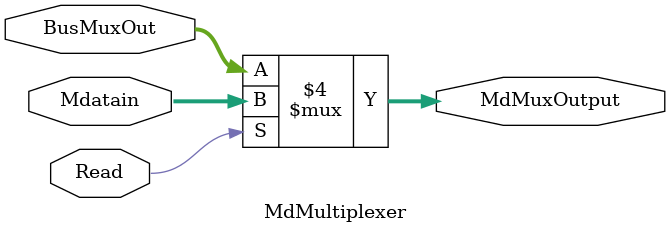
<source format=v>
module MdMultiplexer (input [31:0] BusMuxOut, Mdatain, input Read, output reg [31:0] MdMuxOutput);

	always@(BusMuxOut or Mdatain or Read)
		begin
			if (Read == 1)
				MdMuxOutput = Mdatain;
			else
				MdMuxOutput = BusMuxOut; 
		end
endmodule
</source>
